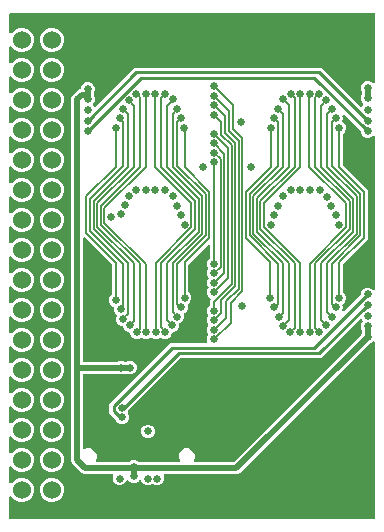
<source format=gbr>
G04 EAGLE Gerber RS-274X export*
G75*
%MOMM*%
%FSLAX34Y34*%
%LPD*%
%INCopper Layer 2*%
%IPPOS*%
%AMOC8*
5,1,8,0,0,1.08239X$1,22.5*%
G01*
G04 Define Apertures*
%ADD10C,1.524000*%
%ADD11C,0.654800*%
%ADD12C,0.152400*%
%ADD13C,0.254000*%
%ADD14C,0.508000*%
G36*
X371685Y2641D02*
X372102Y2926D01*
X372375Y3352D01*
X372460Y3810D01*
X372460Y152172D01*
X372359Y152667D01*
X372074Y153084D01*
X371648Y153356D01*
X371150Y153441D01*
X370658Y153325D01*
X370292Y153070D01*
X369293Y152071D01*
X367755Y151434D01*
X367343Y151159D01*
X257878Y41693D01*
X256010Y40920D01*
X194642Y40920D01*
X194147Y40819D01*
X193730Y40534D01*
X193457Y40108D01*
X193373Y39610D01*
X193469Y39164D01*
X193886Y38157D01*
X193886Y35843D01*
X193001Y33707D01*
X191365Y32071D01*
X189229Y31186D01*
X186915Y31186D01*
X184567Y32159D01*
X184513Y32195D01*
X184016Y32288D01*
X183522Y32179D01*
X183473Y32146D01*
X181157Y31186D01*
X178843Y31186D01*
X176707Y32071D01*
X175071Y33707D01*
X174585Y34880D01*
X174303Y35299D01*
X173879Y35575D01*
X173382Y35663D01*
X172889Y35551D01*
X172514Y35292D01*
X171293Y34071D01*
X169157Y33186D01*
X166843Y33186D01*
X164707Y34071D01*
X163486Y35292D01*
X163065Y35571D01*
X162568Y35664D01*
X162074Y35555D01*
X161662Y35263D01*
X161415Y34880D01*
X160929Y33707D01*
X159293Y32071D01*
X157157Y31186D01*
X154843Y31186D01*
X152707Y32071D01*
X151071Y33707D01*
X150186Y35843D01*
X150186Y38157D01*
X150603Y39164D01*
X150700Y39660D01*
X150595Y40155D01*
X150306Y40569D01*
X149878Y40838D01*
X149430Y40920D01*
X125990Y40920D01*
X124122Y41693D01*
X115693Y50122D01*
X114920Y51990D01*
X114920Y359010D01*
X115693Y360878D01*
X121122Y366307D01*
X122402Y366837D01*
X122821Y367119D01*
X123097Y367543D01*
X123186Y368010D01*
X123186Y368157D01*
X124071Y370293D01*
X125707Y371929D01*
X127843Y372814D01*
X130157Y372814D01*
X132293Y371929D01*
X133929Y370293D01*
X134814Y368157D01*
X134814Y365843D01*
X134177Y364305D01*
X134080Y363819D01*
X134080Y361181D01*
X134177Y360695D01*
X134814Y359157D01*
X134814Y356843D01*
X133929Y354707D01*
X133620Y354398D01*
X133341Y353977D01*
X133248Y353480D01*
X133357Y352986D01*
X133620Y352602D01*
X134019Y352203D01*
X134440Y351924D01*
X134937Y351831D01*
X135431Y351940D01*
X135815Y352203D01*
X168422Y384810D01*
X326578Y384810D01*
X359185Y352203D01*
X359606Y351924D01*
X360103Y351831D01*
X360597Y351940D01*
X360981Y352203D01*
X361880Y353102D01*
X362159Y353523D01*
X362252Y354020D01*
X362143Y354514D01*
X361880Y354898D01*
X361071Y355707D01*
X360186Y357843D01*
X360186Y360157D01*
X360823Y361695D01*
X360920Y362181D01*
X360920Y364819D01*
X360823Y365305D01*
X360186Y366843D01*
X360186Y369157D01*
X361071Y371293D01*
X362707Y372929D01*
X364843Y373814D01*
X367157Y373814D01*
X369293Y372929D01*
X370292Y371930D01*
X370713Y371651D01*
X371210Y371558D01*
X371704Y371667D01*
X372116Y371959D01*
X372382Y372389D01*
X372460Y372828D01*
X372460Y430190D01*
X372359Y430685D01*
X372074Y431102D01*
X371648Y431375D01*
X371190Y431460D01*
X63810Y431460D01*
X63315Y431359D01*
X62898Y431074D01*
X62625Y430648D01*
X62540Y430190D01*
X62540Y415174D01*
X62641Y414679D01*
X62926Y414262D01*
X63352Y413990D01*
X63850Y413905D01*
X64342Y414021D01*
X64708Y414276D01*
X67545Y417113D01*
X71279Y418660D01*
X75321Y418660D01*
X79055Y417113D01*
X81913Y414255D01*
X83460Y410521D01*
X83460Y406479D01*
X81913Y402745D01*
X79055Y399887D01*
X75321Y398340D01*
X71279Y398340D01*
X67545Y399887D01*
X64708Y402724D01*
X64287Y403003D01*
X63790Y403095D01*
X63296Y402987D01*
X62884Y402695D01*
X62618Y402264D01*
X62540Y401826D01*
X62540Y389774D01*
X62641Y389279D01*
X62926Y388862D01*
X63352Y388590D01*
X63850Y388505D01*
X64342Y388621D01*
X64708Y388876D01*
X67545Y391713D01*
X71279Y393260D01*
X75321Y393260D01*
X79055Y391713D01*
X81913Y388855D01*
X83460Y385121D01*
X83460Y381079D01*
X81913Y377345D01*
X79055Y374487D01*
X75321Y372940D01*
X71279Y372940D01*
X67545Y374487D01*
X64708Y377324D01*
X64287Y377603D01*
X63790Y377695D01*
X63296Y377587D01*
X62884Y377295D01*
X62618Y376864D01*
X62540Y376426D01*
X62540Y364374D01*
X62641Y363879D01*
X62926Y363462D01*
X63352Y363190D01*
X63850Y363105D01*
X64342Y363221D01*
X64708Y363476D01*
X67545Y366313D01*
X71279Y367860D01*
X75321Y367860D01*
X79055Y366313D01*
X81913Y363455D01*
X83460Y359721D01*
X83460Y355679D01*
X81913Y351945D01*
X79055Y349087D01*
X75321Y347540D01*
X71279Y347540D01*
X67545Y349087D01*
X64708Y351924D01*
X64287Y352203D01*
X63790Y352295D01*
X63296Y352187D01*
X62884Y351895D01*
X62618Y351464D01*
X62540Y351026D01*
X62540Y338974D01*
X62641Y338479D01*
X62926Y338062D01*
X63352Y337790D01*
X63850Y337705D01*
X64342Y337821D01*
X64708Y338076D01*
X67545Y340913D01*
X71279Y342460D01*
X75321Y342460D01*
X79055Y340913D01*
X81913Y338055D01*
X83460Y334321D01*
X83460Y330279D01*
X81913Y326545D01*
X79055Y323687D01*
X75321Y322140D01*
X71279Y322140D01*
X67545Y323687D01*
X64708Y326524D01*
X64287Y326803D01*
X63790Y326895D01*
X63296Y326787D01*
X62884Y326495D01*
X62618Y326064D01*
X62540Y325626D01*
X62540Y313574D01*
X62641Y313079D01*
X62926Y312662D01*
X63352Y312390D01*
X63850Y312305D01*
X64342Y312421D01*
X64708Y312676D01*
X67545Y315513D01*
X71279Y317060D01*
X75321Y317060D01*
X79055Y315513D01*
X81913Y312655D01*
X83460Y308921D01*
X83460Y304879D01*
X81913Y301145D01*
X79055Y298287D01*
X75321Y296740D01*
X71279Y296740D01*
X67545Y298287D01*
X64708Y301124D01*
X64287Y301403D01*
X63790Y301495D01*
X63296Y301387D01*
X62884Y301095D01*
X62618Y300664D01*
X62540Y300226D01*
X62540Y288174D01*
X62641Y287679D01*
X62926Y287262D01*
X63352Y286990D01*
X63850Y286905D01*
X64342Y287021D01*
X64708Y287276D01*
X67545Y290113D01*
X71279Y291660D01*
X75321Y291660D01*
X79055Y290113D01*
X81913Y287255D01*
X83460Y283521D01*
X83460Y279479D01*
X81913Y275745D01*
X79055Y272887D01*
X75321Y271340D01*
X71279Y271340D01*
X67545Y272887D01*
X64708Y275724D01*
X64287Y276003D01*
X63790Y276095D01*
X63296Y275987D01*
X62884Y275695D01*
X62618Y275264D01*
X62540Y274826D01*
X62540Y262774D01*
X62641Y262279D01*
X62926Y261862D01*
X63352Y261590D01*
X63850Y261505D01*
X64342Y261621D01*
X64708Y261876D01*
X67545Y264713D01*
X71279Y266260D01*
X75321Y266260D01*
X79055Y264713D01*
X81913Y261855D01*
X83460Y258121D01*
X83460Y254079D01*
X81913Y250345D01*
X79055Y247487D01*
X75321Y245940D01*
X71279Y245940D01*
X67545Y247487D01*
X64708Y250324D01*
X64287Y250603D01*
X63790Y250695D01*
X63296Y250587D01*
X62884Y250295D01*
X62618Y249864D01*
X62540Y249426D01*
X62540Y237374D01*
X62641Y236879D01*
X62926Y236462D01*
X63352Y236190D01*
X63850Y236105D01*
X64342Y236221D01*
X64708Y236476D01*
X67545Y239313D01*
X71279Y240860D01*
X75321Y240860D01*
X79055Y239313D01*
X81913Y236455D01*
X83460Y232721D01*
X83460Y228679D01*
X81913Y224945D01*
X79055Y222087D01*
X75321Y220540D01*
X71279Y220540D01*
X67545Y222087D01*
X64708Y224924D01*
X64287Y225203D01*
X63790Y225295D01*
X63296Y225187D01*
X62884Y224895D01*
X62618Y224464D01*
X62540Y224026D01*
X62540Y211974D01*
X62641Y211479D01*
X62926Y211062D01*
X63352Y210790D01*
X63850Y210705D01*
X64342Y210821D01*
X64708Y211076D01*
X67545Y213913D01*
X71279Y215460D01*
X75321Y215460D01*
X79055Y213913D01*
X81913Y211055D01*
X83460Y207321D01*
X83460Y203279D01*
X81913Y199545D01*
X79055Y196687D01*
X75321Y195140D01*
X71279Y195140D01*
X67545Y196687D01*
X64708Y199524D01*
X64287Y199803D01*
X63790Y199895D01*
X63296Y199787D01*
X62884Y199495D01*
X62618Y199064D01*
X62540Y198626D01*
X62540Y186574D01*
X62641Y186079D01*
X62926Y185662D01*
X63352Y185390D01*
X63850Y185305D01*
X64342Y185421D01*
X64708Y185676D01*
X67545Y188513D01*
X71279Y190060D01*
X75321Y190060D01*
X79055Y188513D01*
X81913Y185655D01*
X83460Y181921D01*
X83460Y177879D01*
X81913Y174145D01*
X79055Y171287D01*
X75321Y169740D01*
X71279Y169740D01*
X67545Y171287D01*
X64708Y174124D01*
X64287Y174403D01*
X63790Y174495D01*
X63296Y174387D01*
X62884Y174095D01*
X62618Y173664D01*
X62540Y173226D01*
X62540Y161174D01*
X62641Y160679D01*
X62926Y160262D01*
X63352Y159990D01*
X63850Y159905D01*
X64342Y160021D01*
X64708Y160276D01*
X67545Y163113D01*
X71279Y164660D01*
X75321Y164660D01*
X79055Y163113D01*
X81913Y160255D01*
X83460Y156521D01*
X83460Y152479D01*
X81913Y148745D01*
X79055Y145887D01*
X75321Y144340D01*
X71279Y144340D01*
X67545Y145887D01*
X64708Y148724D01*
X64287Y149003D01*
X63790Y149095D01*
X63296Y148987D01*
X62884Y148695D01*
X62618Y148264D01*
X62540Y147826D01*
X62540Y135774D01*
X62641Y135279D01*
X62926Y134862D01*
X63352Y134590D01*
X63850Y134505D01*
X64342Y134621D01*
X64708Y134876D01*
X67545Y137713D01*
X71279Y139260D01*
X75321Y139260D01*
X79055Y137713D01*
X81913Y134855D01*
X83460Y131121D01*
X83460Y127079D01*
X81913Y123345D01*
X79055Y120487D01*
X75321Y118940D01*
X71279Y118940D01*
X67545Y120487D01*
X64708Y123324D01*
X64287Y123603D01*
X63790Y123695D01*
X63296Y123587D01*
X62884Y123295D01*
X62618Y122864D01*
X62540Y122426D01*
X62540Y110374D01*
X62641Y109879D01*
X62926Y109462D01*
X63352Y109190D01*
X63850Y109105D01*
X64342Y109221D01*
X64708Y109476D01*
X67545Y112313D01*
X71279Y113860D01*
X75321Y113860D01*
X79055Y112313D01*
X81913Y109455D01*
X83460Y105721D01*
X83460Y101679D01*
X81913Y97945D01*
X79055Y95087D01*
X75321Y93540D01*
X71279Y93540D01*
X67545Y95087D01*
X64708Y97924D01*
X64287Y98203D01*
X63790Y98295D01*
X63296Y98187D01*
X62884Y97895D01*
X62618Y97464D01*
X62540Y97026D01*
X62540Y84974D01*
X62641Y84479D01*
X62926Y84062D01*
X63352Y83790D01*
X63850Y83705D01*
X64342Y83821D01*
X64708Y84076D01*
X67545Y86913D01*
X71279Y88460D01*
X75321Y88460D01*
X79055Y86913D01*
X81913Y84055D01*
X83460Y80321D01*
X83460Y76279D01*
X81913Y72545D01*
X79055Y69687D01*
X75321Y68140D01*
X71279Y68140D01*
X67545Y69687D01*
X64708Y72524D01*
X64287Y72803D01*
X63790Y72895D01*
X63296Y72787D01*
X62884Y72495D01*
X62618Y72064D01*
X62540Y71626D01*
X62540Y59574D01*
X62641Y59079D01*
X62926Y58662D01*
X63352Y58390D01*
X63850Y58305D01*
X64342Y58421D01*
X64708Y58676D01*
X67545Y61513D01*
X71279Y63060D01*
X75321Y63060D01*
X79055Y61513D01*
X81913Y58655D01*
X83460Y54921D01*
X83460Y50879D01*
X81913Y47145D01*
X79055Y44287D01*
X75321Y42740D01*
X71279Y42740D01*
X67545Y44287D01*
X64708Y47124D01*
X64287Y47403D01*
X63790Y47495D01*
X63296Y47387D01*
X62884Y47095D01*
X62618Y46664D01*
X62540Y46226D01*
X62540Y34174D01*
X62641Y33679D01*
X62926Y33262D01*
X63352Y32990D01*
X63850Y32905D01*
X64342Y33021D01*
X64708Y33276D01*
X67545Y36113D01*
X71279Y37660D01*
X75321Y37660D01*
X79055Y36113D01*
X81913Y33255D01*
X83460Y29521D01*
X83460Y25479D01*
X81913Y21745D01*
X79055Y18887D01*
X75321Y17340D01*
X71279Y17340D01*
X67545Y18887D01*
X64708Y21724D01*
X64287Y22003D01*
X63790Y22095D01*
X63296Y21987D01*
X62884Y21695D01*
X62618Y21264D01*
X62540Y20826D01*
X62540Y3810D01*
X62641Y3315D01*
X62926Y2898D01*
X63352Y2625D01*
X63810Y2540D01*
X371190Y2540D01*
X371685Y2641D01*
G37*
%LPC*%
G36*
X96679Y398340D02*
X92945Y399887D01*
X90087Y402745D01*
X88540Y406479D01*
X88540Y410521D01*
X90087Y414255D01*
X92945Y417113D01*
X96679Y418660D01*
X100721Y418660D01*
X104455Y417113D01*
X107313Y414255D01*
X108860Y410521D01*
X108860Y406479D01*
X107313Y402745D01*
X104455Y399887D01*
X100721Y398340D01*
X96679Y398340D01*
G37*
G36*
X96679Y372940D02*
X92945Y374487D01*
X90087Y377345D01*
X88540Y381079D01*
X88540Y385121D01*
X90087Y388855D01*
X92945Y391713D01*
X96679Y393260D01*
X100721Y393260D01*
X104455Y391713D01*
X107313Y388855D01*
X108860Y385121D01*
X108860Y381079D01*
X107313Y377345D01*
X104455Y374487D01*
X100721Y372940D01*
X96679Y372940D01*
G37*
G36*
X96679Y347540D02*
X92945Y349087D01*
X90087Y351945D01*
X88540Y355679D01*
X88540Y359721D01*
X90087Y363455D01*
X92945Y366313D01*
X96679Y367860D01*
X100721Y367860D01*
X104455Y366313D01*
X107313Y363455D01*
X108860Y359721D01*
X108860Y355679D01*
X107313Y351945D01*
X104455Y349087D01*
X100721Y347540D01*
X96679Y347540D01*
G37*
G36*
X96679Y322140D02*
X92945Y323687D01*
X90087Y326545D01*
X88540Y330279D01*
X88540Y334321D01*
X90087Y338055D01*
X92945Y340913D01*
X96679Y342460D01*
X100721Y342460D01*
X104455Y340913D01*
X107313Y338055D01*
X108860Y334321D01*
X108860Y330279D01*
X107313Y326545D01*
X104455Y323687D01*
X100721Y322140D01*
X96679Y322140D01*
G37*
G36*
X96679Y296740D02*
X92945Y298287D01*
X90087Y301145D01*
X88540Y304879D01*
X88540Y308921D01*
X90087Y312655D01*
X92945Y315513D01*
X96679Y317060D01*
X100721Y317060D01*
X104455Y315513D01*
X107313Y312655D01*
X108860Y308921D01*
X108860Y304879D01*
X107313Y301145D01*
X104455Y298287D01*
X100721Y296740D01*
X96679Y296740D01*
G37*
G36*
X96679Y271340D02*
X92945Y272887D01*
X90087Y275745D01*
X88540Y279479D01*
X88540Y283521D01*
X90087Y287255D01*
X92945Y290113D01*
X96679Y291660D01*
X100721Y291660D01*
X104455Y290113D01*
X107313Y287255D01*
X108860Y283521D01*
X108860Y279479D01*
X107313Y275745D01*
X104455Y272887D01*
X100721Y271340D01*
X96679Y271340D01*
G37*
G36*
X96679Y245940D02*
X92945Y247487D01*
X90087Y250345D01*
X88540Y254079D01*
X88540Y258121D01*
X90087Y261855D01*
X92945Y264713D01*
X96679Y266260D01*
X100721Y266260D01*
X104455Y264713D01*
X107313Y261855D01*
X108860Y258121D01*
X108860Y254079D01*
X107313Y250345D01*
X104455Y247487D01*
X100721Y245940D01*
X96679Y245940D01*
G37*
G36*
X96679Y220540D02*
X92945Y222087D01*
X90087Y224945D01*
X88540Y228679D01*
X88540Y232721D01*
X90087Y236455D01*
X92945Y239313D01*
X96679Y240860D01*
X100721Y240860D01*
X104455Y239313D01*
X107313Y236455D01*
X108860Y232721D01*
X108860Y228679D01*
X107313Y224945D01*
X104455Y222087D01*
X100721Y220540D01*
X96679Y220540D01*
G37*
G36*
X96679Y195140D02*
X92945Y196687D01*
X90087Y199545D01*
X88540Y203279D01*
X88540Y207321D01*
X90087Y211055D01*
X92945Y213913D01*
X96679Y215460D01*
X100721Y215460D01*
X104455Y213913D01*
X107313Y211055D01*
X108860Y207321D01*
X108860Y203279D01*
X107313Y199545D01*
X104455Y196687D01*
X100721Y195140D01*
X96679Y195140D01*
G37*
G36*
X96679Y169740D02*
X92945Y171287D01*
X90087Y174145D01*
X88540Y177879D01*
X88540Y181921D01*
X90087Y185655D01*
X92945Y188513D01*
X96679Y190060D01*
X100721Y190060D01*
X104455Y188513D01*
X107313Y185655D01*
X108860Y181921D01*
X108860Y177879D01*
X107313Y174145D01*
X104455Y171287D01*
X100721Y169740D01*
X96679Y169740D01*
G37*
G36*
X96679Y144340D02*
X92945Y145887D01*
X90087Y148745D01*
X88540Y152479D01*
X88540Y156521D01*
X90087Y160255D01*
X92945Y163113D01*
X96679Y164660D01*
X100721Y164660D01*
X104455Y163113D01*
X107313Y160255D01*
X108860Y156521D01*
X108860Y152479D01*
X107313Y148745D01*
X104455Y145887D01*
X100721Y144340D01*
X96679Y144340D01*
G37*
G36*
X96679Y118940D02*
X92945Y120487D01*
X90087Y123345D01*
X88540Y127079D01*
X88540Y131121D01*
X90087Y134855D01*
X92945Y137713D01*
X96679Y139260D01*
X100721Y139260D01*
X104455Y137713D01*
X107313Y134855D01*
X108860Y131121D01*
X108860Y127079D01*
X107313Y123345D01*
X104455Y120487D01*
X100721Y118940D01*
X96679Y118940D01*
G37*
G36*
X96679Y93540D02*
X92945Y95087D01*
X90087Y97945D01*
X88540Y101679D01*
X88540Y105721D01*
X90087Y109455D01*
X92945Y112313D01*
X96679Y113860D01*
X100721Y113860D01*
X104455Y112313D01*
X107313Y109455D01*
X108860Y105721D01*
X108860Y101679D01*
X107313Y97945D01*
X104455Y95087D01*
X100721Y93540D01*
X96679Y93540D01*
G37*
G36*
X96679Y68140D02*
X92945Y69687D01*
X90087Y72545D01*
X88540Y76279D01*
X88540Y80321D01*
X90087Y84055D01*
X92945Y86913D01*
X96679Y88460D01*
X100721Y88460D01*
X104455Y86913D01*
X107313Y84055D01*
X108860Y80321D01*
X108860Y76279D01*
X107313Y72545D01*
X104455Y69687D01*
X100721Y68140D01*
X96679Y68140D01*
G37*
G36*
X96679Y42740D02*
X92945Y44287D01*
X90087Y47145D01*
X88540Y50879D01*
X88540Y54921D01*
X90087Y58655D01*
X92945Y61513D01*
X96679Y63060D01*
X100721Y63060D01*
X104455Y61513D01*
X107313Y58655D01*
X108860Y54921D01*
X108860Y50879D01*
X107313Y47145D01*
X104455Y44287D01*
X100721Y42740D01*
X96679Y42740D01*
G37*
G36*
X96679Y17340D02*
X92945Y18887D01*
X90087Y21745D01*
X88540Y25479D01*
X88540Y29521D01*
X90087Y33255D01*
X92945Y36113D01*
X96679Y37660D01*
X100721Y37660D01*
X104455Y36113D01*
X107313Y33255D01*
X108860Y29521D01*
X108860Y25479D01*
X107313Y21745D01*
X104455Y18887D01*
X100721Y17340D01*
X96679Y17340D01*
G37*
%LPD*%
G36*
X346448Y178942D02*
X346805Y179193D01*
X359814Y192202D01*
X360093Y192624D01*
X360186Y193100D01*
X360186Y194157D01*
X361071Y196293D01*
X362707Y197929D01*
X364843Y198814D01*
X367157Y198814D01*
X369293Y197929D01*
X370292Y196930D01*
X370713Y196651D01*
X371210Y196558D01*
X371704Y196667D01*
X372116Y196959D01*
X372382Y197389D01*
X372460Y197828D01*
X372460Y326172D01*
X372359Y326667D01*
X372074Y327084D01*
X371648Y327356D01*
X371150Y327441D01*
X370658Y327325D01*
X370292Y327070D01*
X369293Y326071D01*
X367157Y325186D01*
X364843Y325186D01*
X362707Y326071D01*
X361071Y327707D01*
X360186Y329843D01*
X360186Y330900D01*
X360085Y331395D01*
X359814Y331798D01*
X346805Y344807D01*
X346383Y345086D01*
X345887Y345179D01*
X345393Y345070D01*
X344981Y344778D01*
X344715Y344348D01*
X344638Y343848D01*
X344733Y343423D01*
X344814Y343228D01*
X344814Y340916D01*
X344668Y340563D01*
X344571Y340067D01*
X344676Y339572D01*
X344965Y339157D01*
X345251Y338971D01*
X346929Y337293D01*
X347814Y335157D01*
X347814Y332843D01*
X346929Y330707D01*
X345674Y329452D01*
X345395Y329030D01*
X345302Y328554D01*
X345302Y302894D01*
X345403Y302398D01*
X345674Y301996D01*
X366302Y281368D01*
X366302Y239632D01*
X345674Y219004D01*
X345395Y218583D01*
X345302Y218106D01*
X345302Y195446D01*
X345403Y194951D01*
X345674Y194548D01*
X346929Y193293D01*
X347814Y191157D01*
X347814Y188843D01*
X346929Y186707D01*
X345244Y185022D01*
X344936Y184814D01*
X344660Y184391D01*
X344572Y183893D01*
X344668Y183437D01*
X344814Y183084D01*
X344814Y180772D01*
X344733Y180577D01*
X344637Y180081D01*
X344741Y179586D01*
X345030Y179172D01*
X345458Y178903D01*
X345957Y178822D01*
X346448Y178942D01*
G37*
G36*
X163827Y51181D02*
X164230Y51452D01*
X164707Y51929D01*
X166843Y52814D01*
X169157Y52814D01*
X171293Y51929D01*
X171770Y51452D01*
X172192Y51173D01*
X172668Y51080D01*
X206058Y51080D01*
X206554Y51181D01*
X206971Y51466D01*
X207243Y51892D01*
X207328Y52390D01*
X207232Y52836D01*
X206460Y54699D01*
X206460Y57301D01*
X207456Y59705D01*
X209295Y61544D01*
X211699Y62540D01*
X214301Y62540D01*
X216705Y61544D01*
X218544Y59705D01*
X219540Y57301D01*
X219540Y54699D01*
X218768Y52836D01*
X218672Y52340D01*
X218776Y51845D01*
X219065Y51431D01*
X219493Y51162D01*
X219942Y51080D01*
X252370Y51080D01*
X252865Y51181D01*
X253268Y51452D01*
X360159Y158343D01*
X360434Y158755D01*
X360823Y159695D01*
X360920Y160181D01*
X360920Y162819D01*
X360823Y163305D01*
X360186Y164843D01*
X360186Y167157D01*
X361071Y169293D01*
X361380Y169602D01*
X361659Y170023D01*
X361752Y170520D01*
X361643Y171014D01*
X361380Y171398D01*
X360981Y171797D01*
X360560Y172076D01*
X360063Y172169D01*
X359569Y172060D01*
X359185Y171797D01*
X326578Y139190D01*
X208104Y139190D01*
X207609Y139089D01*
X207206Y138818D01*
X163762Y95374D01*
X163487Y94962D01*
X162931Y93620D01*
X162835Y93474D01*
X162742Y92977D01*
X162839Y92512D01*
X163814Y90156D01*
X163814Y87843D01*
X162929Y85707D01*
X161293Y84071D01*
X159157Y83186D01*
X156843Y83186D01*
X154707Y84071D01*
X153071Y85707D01*
X152578Y86897D01*
X152303Y87309D01*
X147190Y92422D01*
X147190Y100164D01*
X198836Y151810D01*
X229128Y151810D01*
X229623Y151911D01*
X230040Y152196D01*
X230312Y152622D01*
X230397Y153120D01*
X230301Y153566D01*
X230186Y153843D01*
X230186Y156157D01*
X231159Y158505D01*
X231195Y158559D01*
X231288Y159056D01*
X231179Y159550D01*
X231146Y159599D01*
X230186Y161915D01*
X230186Y164229D01*
X231159Y166577D01*
X231195Y166631D01*
X231288Y167128D01*
X231179Y167622D01*
X231146Y167671D01*
X230186Y169987D01*
X230186Y172301D01*
X231159Y174649D01*
X231195Y174703D01*
X231288Y175200D01*
X231179Y175694D01*
X231146Y175743D01*
X230186Y178059D01*
X230186Y180373D01*
X231071Y182509D01*
X232326Y183764D01*
X232605Y184186D01*
X232698Y184662D01*
X232698Y188282D01*
X232935Y188639D01*
X233027Y189136D01*
X232919Y189630D01*
X232656Y190014D01*
X231139Y191530D01*
X230254Y193667D01*
X230254Y195980D01*
X231227Y198328D01*
X231263Y198383D01*
X231356Y198880D01*
X231247Y199374D01*
X231214Y199422D01*
X230254Y201739D01*
X230254Y204052D01*
X231230Y206407D01*
X231326Y206903D01*
X231222Y207398D01*
X231129Y207533D01*
X230186Y209811D01*
X230186Y212124D01*
X231159Y214472D01*
X231195Y214527D01*
X231288Y215024D01*
X231179Y215518D01*
X231146Y215566D01*
X230186Y217883D01*
X230186Y220196D01*
X231071Y222333D01*
X232326Y223588D01*
X232605Y224009D01*
X232698Y224486D01*
X232698Y233962D01*
X232597Y234458D01*
X232312Y234874D01*
X231886Y235147D01*
X231388Y235232D01*
X230896Y235115D01*
X230530Y234860D01*
X214742Y219072D01*
X214463Y218651D01*
X214370Y218174D01*
X214370Y195559D01*
X214471Y195064D01*
X214742Y194661D01*
X215997Y193406D01*
X216882Y191269D01*
X216882Y188956D01*
X215997Y186819D01*
X214331Y185153D01*
X213981Y184917D01*
X213705Y184494D01*
X213616Y183996D01*
X213713Y183540D01*
X213855Y183197D01*
X213855Y180884D01*
X212970Y178747D01*
X211334Y177112D01*
X210954Y176955D01*
X210535Y176672D01*
X210259Y176249D01*
X210171Y175751D01*
X210215Y175543D01*
X210215Y173108D01*
X209330Y170972D01*
X207694Y169336D01*
X207135Y169104D01*
X206716Y168822D01*
X206440Y168398D01*
X206351Y167931D01*
X206351Y165556D01*
X205466Y163420D01*
X203830Y161784D01*
X201477Y160809D01*
X201423Y160798D01*
X201006Y160513D01*
X200734Y160087D01*
X200721Y160019D01*
X199763Y157707D01*
X198128Y156071D01*
X195991Y155186D01*
X193678Y155186D01*
X191330Y156159D01*
X191275Y156195D01*
X190778Y156288D01*
X190284Y156179D01*
X190236Y156146D01*
X187919Y155186D01*
X185606Y155186D01*
X183254Y156160D01*
X182758Y156257D01*
X182263Y156152D01*
X182121Y156056D01*
X179847Y155114D01*
X177534Y155114D01*
X175334Y156025D01*
X175022Y156232D01*
X174526Y156324D01*
X174060Y156228D01*
X171775Y155281D01*
X169462Y155281D01*
X167325Y156166D01*
X165689Y157802D01*
X164717Y160150D01*
X164704Y160214D01*
X164418Y160631D01*
X163992Y160904D01*
X163934Y160915D01*
X161617Y161874D01*
X159982Y163510D01*
X159042Y165777D01*
X158760Y166196D01*
X158336Y166472D01*
X157946Y166547D01*
X155774Y167446D01*
X154138Y169082D01*
X153253Y171219D01*
X153253Y173532D01*
X153655Y174501D01*
X153751Y174997D01*
X153647Y175492D01*
X153379Y175885D01*
X152110Y177154D01*
X151225Y179291D01*
X151225Y181542D01*
X151124Y182037D01*
X150839Y182454D01*
X150441Y182715D01*
X149795Y182983D01*
X148159Y184619D01*
X147274Y186755D01*
X147274Y189069D01*
X148159Y191205D01*
X149414Y192460D01*
X149693Y192882D01*
X149786Y193358D01*
X149786Y218018D01*
X149685Y218514D01*
X149414Y218916D01*
X127248Y241082D01*
X126827Y241361D01*
X126330Y241454D01*
X125836Y241346D01*
X125424Y241053D01*
X125158Y240623D01*
X125080Y240184D01*
X125080Y137350D01*
X125181Y136855D01*
X125466Y136438D01*
X125892Y136165D01*
X126350Y136080D01*
X153819Y136080D01*
X154305Y136177D01*
X155843Y136814D01*
X158157Y136814D01*
X159695Y136177D01*
X160181Y136080D01*
X161819Y136080D01*
X162305Y136177D01*
X163843Y136814D01*
X166157Y136814D01*
X168293Y135929D01*
X169929Y134293D01*
X170814Y132157D01*
X170814Y129843D01*
X169929Y127707D01*
X168293Y126071D01*
X166157Y125186D01*
X163843Y125186D01*
X162305Y125823D01*
X161819Y125920D01*
X160181Y125920D01*
X159695Y125823D01*
X158157Y125186D01*
X155843Y125186D01*
X154305Y125823D01*
X153819Y125920D01*
X126350Y125920D01*
X125855Y125819D01*
X125438Y125534D01*
X125165Y125108D01*
X125080Y124650D01*
X125080Y62942D01*
X125181Y62446D01*
X125466Y62029D01*
X125892Y61757D01*
X126390Y61672D01*
X126836Y61768D01*
X128699Y62540D01*
X131301Y62540D01*
X133705Y61544D01*
X135544Y59705D01*
X136540Y57301D01*
X136540Y54699D01*
X135768Y52836D01*
X135672Y52340D01*
X135776Y51845D01*
X136065Y51431D01*
X136493Y51162D01*
X136942Y51080D01*
X163332Y51080D01*
X163827Y51181D01*
G37*
%LPC*%
G36*
X178843Y71186D02*
X176707Y72071D01*
X175071Y73707D01*
X174186Y75843D01*
X174186Y78157D01*
X175071Y80293D01*
X176707Y81929D01*
X178843Y82814D01*
X181157Y82814D01*
X183293Y81929D01*
X184929Y80293D01*
X185814Y78157D01*
X185814Y75843D01*
X184929Y73707D01*
X183293Y72071D01*
X181157Y71186D01*
X178843Y71186D01*
G37*
%LPD*%
D10*
X98700Y27500D03*
X73300Y27500D03*
X98700Y52900D03*
X73300Y52900D03*
X98700Y78300D03*
X73300Y78300D03*
X98700Y103700D03*
X73300Y103700D03*
X98700Y129100D03*
X73300Y129100D03*
X98700Y154500D03*
X73300Y154500D03*
X98700Y179900D03*
X73300Y179900D03*
X98700Y205300D03*
X73300Y205300D03*
X98700Y230700D03*
X73300Y230700D03*
X98700Y256100D03*
X73300Y256100D03*
X98700Y281500D03*
X73300Y281500D03*
X98700Y306900D03*
X73300Y306900D03*
X98700Y332300D03*
X73300Y332300D03*
X98700Y357700D03*
X73300Y357700D03*
X98700Y383100D03*
X73300Y383100D03*
X98700Y408500D03*
X73300Y408500D03*
D11*
X366000Y208000D03*
X366000Y217000D03*
X366000Y316000D03*
X366000Y307000D03*
X360000Y100000D03*
X347000Y112000D03*
X356000Y426000D03*
X343000Y412000D03*
X367000Y8000D03*
X367000Y19000D03*
X356000Y8000D03*
X367000Y426000D03*
X367000Y415000D03*
X130000Y414932D03*
X158000Y414932D03*
X68000Y8000D03*
X79000Y8000D03*
X68000Y426000D03*
X79000Y426000D03*
X140000Y9000D03*
X148000Y9000D03*
X157000Y115000D03*
D12*
X153000Y301000D02*
X153000Y334000D01*
D11*
X342000Y334000D03*
X342000Y190000D03*
D12*
X342000Y301000D02*
X342000Y334000D01*
X342000Y301000D02*
X363000Y280000D01*
X363000Y241000D02*
X342000Y220000D01*
X363000Y241000D02*
X363000Y280000D01*
D11*
X153053Y334053D03*
D12*
X153000Y334000D01*
X153000Y301000D02*
X128014Y276014D01*
X128014Y244986D01*
X342000Y220000D02*
X342000Y190000D01*
D11*
X153088Y187912D03*
D12*
X153088Y219912D01*
X128014Y244986D01*
X159000Y339072D02*
X156000Y342072D01*
X159000Y339072D02*
X159000Y302000D01*
D11*
X339000Y342072D03*
X339000Y181928D03*
D12*
X336000Y302000D02*
X336000Y339072D01*
X336000Y302000D02*
X359952Y278048D01*
X359952Y242952D02*
X336000Y219000D01*
X359952Y242952D02*
X359952Y278048D01*
D11*
X156000Y342125D03*
D12*
X156000Y342072D01*
X159000Y302000D02*
X131062Y274062D01*
X131062Y246938D01*
X159000Y219000D01*
X336000Y219000D02*
X336000Y184928D01*
X339000Y181928D01*
X336000Y339072D02*
X339000Y342072D01*
X159000Y219000D02*
X159000Y182951D01*
D11*
X157039Y180447D03*
D12*
X157039Y180990D02*
X159000Y182951D01*
X157039Y180990D02*
X157039Y180447D01*
X163048Y346096D02*
X159000Y350144D01*
X163048Y346096D02*
X163048Y301048D01*
D11*
X336000Y350144D03*
X336000Y173856D03*
D12*
X331952Y301048D02*
X331952Y346096D01*
X331952Y301048D02*
X356904Y276096D01*
X356904Y244215D02*
X331952Y219263D01*
X356904Y244215D02*
X356904Y276096D01*
D11*
X159000Y350197D03*
D12*
X159000Y350144D01*
X163048Y301048D02*
X134110Y272110D01*
X134110Y248200D01*
X163048Y219263D01*
X163048Y176627D01*
X331952Y177904D02*
X331952Y219263D01*
X331952Y177904D02*
X336000Y173856D01*
X331952Y346096D02*
X336000Y350144D01*
X163048Y176627D02*
X159067Y172647D01*
D11*
X159067Y172375D03*
D12*
X159067Y172647D01*
X168096Y301096D02*
X168096Y352904D01*
X326904Y352904D02*
X326904Y301096D01*
X353856Y274144D01*
X353856Y246167D02*
X326904Y219215D01*
X353856Y246167D02*
X353856Y274144D01*
D11*
X163791Y357209D03*
D12*
X168096Y352904D01*
D11*
X331209Y357209D03*
X331209Y166791D03*
D12*
X168096Y219215D02*
X137158Y250152D01*
X137158Y270158D01*
X168096Y301096D01*
X168096Y219215D02*
X168096Y170260D01*
X326904Y171096D02*
X326904Y219215D01*
X326904Y171096D02*
X331209Y166791D01*
X326904Y352904D02*
X331209Y357209D01*
D11*
X164911Y166803D03*
D12*
X164911Y167074D02*
X168096Y170260D01*
X164911Y167074D02*
X164911Y166803D01*
D11*
X170000Y363000D03*
X325000Y363000D03*
X325000Y161000D03*
D12*
X350808Y272192D02*
X321856Y301144D01*
X350808Y248119D02*
X321856Y219167D01*
X350808Y248119D02*
X350808Y272192D01*
X173144Y301144D02*
X140206Y268206D01*
X140206Y252104D01*
X173144Y219167D01*
X173144Y163892D01*
X321856Y164144D02*
X321856Y219167D01*
X321856Y164144D02*
X325000Y161000D01*
X321856Y301144D02*
X321856Y359856D01*
X325000Y363000D01*
X173144Y359856D02*
X170000Y363000D01*
X173144Y359856D02*
X173144Y301144D01*
D11*
X170618Y161095D03*
D12*
X170618Y161367D02*
X173144Y163892D01*
X170618Y161367D02*
X170618Y161095D01*
D11*
X178072Y363000D03*
X316928Y363000D03*
X316928Y160928D03*
D12*
X347760Y270240D02*
X316808Y301192D01*
X347760Y249760D02*
X316928Y218928D01*
X347760Y249760D02*
X347760Y270240D01*
X178192Y301192D02*
X143254Y266254D01*
X143254Y253742D01*
X178366Y218630D01*
X316928Y218928D02*
X316928Y160928D01*
X316808Y301192D02*
X316808Y362880D01*
X316928Y363000D01*
X178072Y363000D02*
X178072Y301312D01*
X178192Y301192D01*
D11*
X178690Y160928D03*
D12*
X178366Y161253D02*
X178366Y218630D01*
X178366Y161253D02*
X178690Y160928D01*
X216760Y270240D02*
X185808Y301192D01*
X216760Y270240D02*
X216760Y249760D01*
D11*
X186144Y363072D03*
D12*
X185808Y362736D01*
X185808Y301192D01*
D11*
X308752Y161000D03*
X308856Y363072D03*
D12*
X309192Y301192D02*
X278288Y270288D01*
X278288Y249712D02*
X308752Y219248D01*
X278288Y249712D02*
X278288Y270288D01*
X308752Y219248D02*
X308752Y161000D01*
X309192Y301192D02*
X309192Y362736D01*
X308856Y363072D01*
D11*
X186762Y161000D03*
D12*
X186762Y219762D02*
X216760Y249760D01*
X186762Y219762D02*
X186762Y161000D01*
X219808Y272192D02*
X190856Y301144D01*
X219808Y248119D02*
X190856Y219167D01*
X219808Y248119D02*
X219808Y272192D01*
D11*
X194216Y363000D03*
D12*
X190856Y359640D01*
X190856Y301144D01*
D11*
X300680Y161000D03*
X300784Y363000D03*
D12*
X304144Y359640D02*
X304144Y301144D01*
X275240Y272240D01*
X275240Y248071D02*
X304144Y219167D01*
X275240Y248071D02*
X275240Y272240D01*
X304144Y219167D02*
X304144Y164464D01*
X300680Y161000D01*
X304144Y359640D02*
X300784Y363000D01*
D11*
X194834Y161000D03*
D12*
X190856Y164978D02*
X190856Y219167D01*
X190856Y164978D02*
X194834Y161000D01*
X195904Y301096D02*
X195904Y352904D01*
X195904Y301096D02*
X222856Y274144D01*
X222856Y246167D02*
X195904Y219215D01*
X222856Y246167D02*
X222856Y274144D01*
D11*
X294608Y166568D03*
D12*
X299096Y301096D02*
X299096Y353036D01*
X299096Y301096D02*
X272192Y274192D01*
X272192Y246119D02*
X299096Y219215D01*
X272192Y246119D02*
X272192Y274192D01*
D11*
X294132Y358000D03*
D12*
X299096Y219215D02*
X299096Y171056D01*
X294608Y166568D01*
X299096Y353036D02*
X294132Y358000D01*
D11*
X200537Y166713D03*
D12*
X195904Y171346D02*
X195904Y219215D01*
X195904Y171346D02*
X200537Y166713D01*
D11*
X200928Y357996D03*
D12*
X200928Y357928D01*
X195904Y352904D01*
D11*
X205000Y350144D03*
D12*
X200952Y346096D01*
X200952Y301048D01*
X225904Y276096D01*
X225904Y244215D02*
X200952Y219263D01*
X225904Y244215D02*
X225904Y276096D01*
D11*
X290744Y174120D03*
X290000Y350144D03*
D12*
X294048Y346096D02*
X294048Y301048D01*
X269144Y276144D01*
X269144Y244167D02*
X294048Y219263D01*
X269144Y244167D02*
X269144Y276144D01*
X294048Y219263D02*
X294048Y177424D01*
X290744Y174120D01*
X294048Y346096D02*
X290000Y350144D01*
D11*
X204401Y174265D03*
D12*
X200952Y177714D02*
X200952Y219263D01*
X200952Y177714D02*
X204401Y174265D01*
D11*
X208000Y342072D03*
D12*
X205000Y339072D01*
X205000Y302000D01*
X228952Y278048D01*
X228952Y242952D02*
X205000Y219000D01*
X228952Y242952D02*
X228952Y278048D01*
D11*
X287104Y181896D03*
X287000Y342072D03*
D12*
X290000Y339072D02*
X290000Y302000D01*
X266096Y278096D01*
X266096Y242904D02*
X290000Y219000D01*
X266096Y242904D02*
X266096Y278096D01*
X290000Y219000D02*
X290000Y184791D01*
X287104Y181896D01*
X290000Y339072D02*
X287000Y342072D01*
D11*
X208041Y182041D03*
D12*
X205000Y185081D02*
X205000Y219000D01*
X205000Y185081D02*
X208041Y182041D01*
X232000Y280000D02*
X211000Y301000D01*
X232000Y280000D02*
X232000Y241000D01*
D11*
X283798Y189968D03*
X284000Y334000D03*
D12*
X283798Y220202D02*
X283798Y189968D01*
X263048Y280048D02*
X284000Y301000D01*
X263048Y240952D02*
X283798Y220202D01*
X263048Y240952D02*
X263048Y280048D01*
D11*
X210868Y334000D03*
D12*
X211000Y333868D02*
X211000Y301000D01*
X211000Y333868D02*
X210868Y334000D01*
X284000Y334000D02*
X284000Y301000D01*
D11*
X211068Y190113D03*
D12*
X211068Y220068D02*
X232000Y241000D01*
X211068Y220068D02*
X211068Y190113D01*
D11*
X236000Y155000D03*
X236000Y369288D03*
D12*
X252000Y353288D02*
X252000Y333000D01*
X260000Y325000D01*
X260000Y196000D01*
X250000Y186000D01*
X250000Y169000D01*
X236000Y155000D01*
X252000Y353288D02*
X236000Y369288D01*
D11*
X236000Y163072D03*
X236000Y361216D03*
D12*
X248952Y348264D02*
X248952Y331048D01*
X256952Y323048D01*
X256952Y197952D01*
X246000Y187000D01*
X246000Y173072D01*
X236000Y163072D01*
X248952Y348264D02*
X236000Y361216D01*
D11*
X236000Y171144D03*
D12*
X245000Y330000D02*
X245000Y344212D01*
X242000Y188000D02*
X242000Y177144D01*
X236000Y171144D01*
X253904Y321096D02*
X245000Y330000D01*
X253904Y321096D02*
X253904Y199904D01*
X242000Y188000D01*
D11*
X236068Y353144D03*
D12*
X245000Y344212D01*
D11*
X236000Y179216D03*
D12*
X241952Y328048D02*
X241952Y339188D01*
X241952Y328048D02*
X250856Y319144D01*
D11*
X236068Y345072D03*
D12*
X241952Y339188D01*
X236000Y186893D02*
X236000Y179216D01*
X250856Y201749D02*
X250856Y319144D01*
X250856Y201749D02*
X236000Y186893D01*
D11*
X342186Y252049D03*
X148814Y258560D03*
X338896Y260121D03*
X156886Y260740D03*
X335248Y267888D03*
X160453Y268589D03*
X331384Y275440D03*
X164321Y276137D03*
X325320Y281000D03*
X170276Y281597D03*
X317248Y281000D03*
X178348Y281000D03*
X309072Y281072D03*
X186420Y281072D03*
X301000Y281000D03*
X194492Y281000D03*
X201000Y276000D03*
X294000Y276000D03*
X205000Y268144D03*
X290000Y268144D03*
X208000Y260072D03*
X287000Y260072D03*
X211000Y252000D03*
X284000Y252000D03*
X236000Y304712D03*
X236000Y219040D03*
D12*
X236000Y304712D01*
D11*
X236000Y312784D03*
X236000Y210968D03*
D12*
X241560Y216528D02*
X241560Y307224D01*
X241560Y216528D02*
X236000Y210968D01*
X241560Y307224D02*
X236000Y312784D01*
D11*
X236000Y320856D03*
D12*
X244608Y312248D02*
X244608Y211504D01*
X244608Y312248D02*
X236000Y320856D01*
D11*
X236068Y202896D03*
D12*
X236068Y202964D02*
X244608Y211504D01*
X236068Y202964D02*
X236068Y202896D01*
D11*
X236000Y328928D03*
D12*
X247808Y317120D02*
X247808Y206671D01*
X247808Y317120D02*
X236000Y328928D01*
D11*
X236068Y194824D03*
D12*
X236068Y194931D02*
X247808Y206671D01*
X236068Y194931D02*
X236068Y194824D01*
D11*
X366000Y331000D03*
X366000Y193000D03*
X129000Y331000D03*
D13*
X174000Y376000D01*
X321000Y376000D01*
X366000Y331000D01*
X366000Y193000D02*
X321000Y148000D01*
D11*
X158000Y89000D03*
D13*
X156000Y89000D02*
X151000Y94000D01*
X156000Y89000D02*
X158000Y89000D01*
D11*
X156000Y37000D03*
D13*
X151000Y94000D02*
X151000Y98586D01*
X200415Y148000D02*
X321000Y148000D01*
X200415Y148000D02*
X151000Y98586D01*
D11*
X227000Y301000D03*
X260000Y183000D03*
X259000Y339000D03*
X267000Y301000D03*
X129000Y358000D03*
X129000Y367000D03*
X366000Y166000D03*
X366000Y157000D03*
X366000Y359000D03*
X366000Y368000D03*
D14*
X129000Y367000D02*
X129000Y362000D01*
X129000Y358000D01*
X366000Y166000D02*
X366000Y157000D01*
X366000Y359000D02*
X366000Y368000D01*
D11*
X157000Y131000D03*
X165000Y131000D03*
X168000Y47000D03*
X168000Y39000D03*
D14*
X168000Y47000D01*
X255000Y46000D02*
X366000Y157000D01*
X255000Y46000D02*
X169000Y46000D01*
X168000Y47000D01*
X129000Y362000D02*
X124000Y362000D01*
X120000Y358000D01*
X120000Y130000D01*
X120000Y53000D01*
X127000Y46000D01*
X167000Y46000D01*
X168000Y47000D01*
X165000Y131000D02*
X157000Y131000D01*
X121000Y131000D01*
X120000Y130000D01*
D11*
X366000Y340000D03*
X366000Y184000D03*
X129000Y340000D03*
D13*
X170000Y381000D01*
X325000Y381000D01*
X366000Y340000D01*
X366000Y184000D02*
X325000Y143000D01*
X206000Y143000D01*
X160072Y97072D01*
D11*
X158068Y97072D03*
D13*
X160072Y97072D01*
D11*
X366000Y175000D03*
X188072Y37000D03*
X366000Y349000D03*
X180000Y37000D03*
X129000Y349000D03*
X180000Y77000D03*
M02*

</source>
